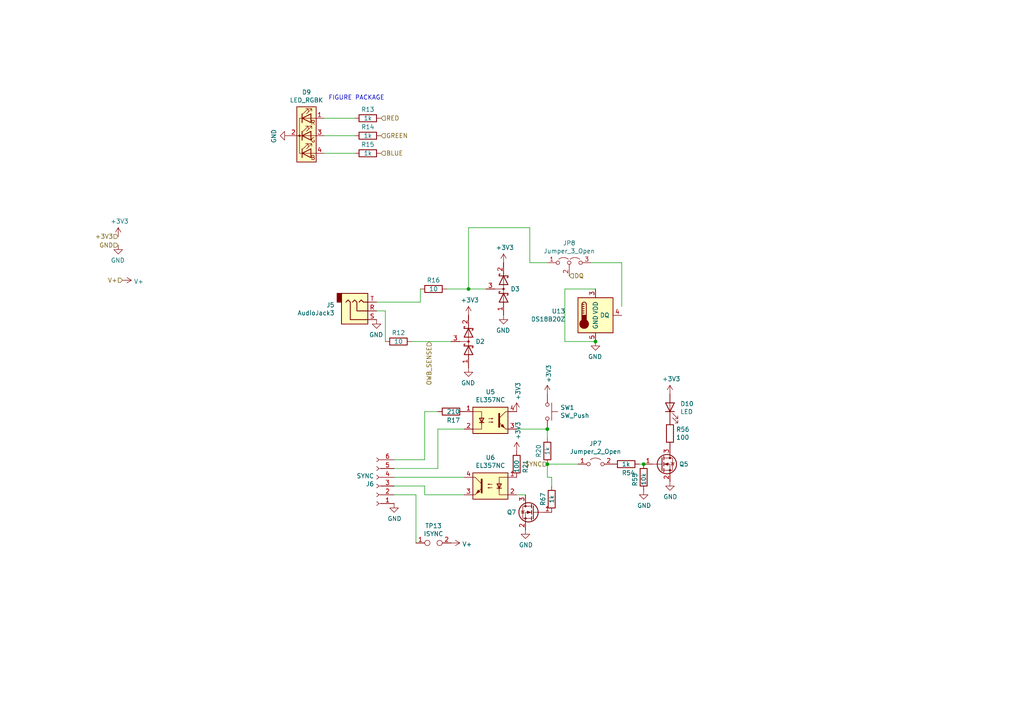
<source format=kicad_sch>
(kicad_sch (version 20211123) (generator eeschema)
  (paper "A4")
  (title_block (title "ForcelogADC_MB-DEV_v${VERSION}") (rev "${REVISION}"))
  (lib_symbols
    (symbol "Connector:AudioJack3"
      (property "Reference" "J" (at 0 8.89 0))
      (property "Value" "Connector_AudioJack3" (at 0 6.35 0))
      (symbol "AudioJack3_0_1"
        (rectangle (start -5.08 -5.08) (end -6.35 -2.54) (stroke (width 0.254)) (fill (type outline)))
        (polyline (pts (xy 0 -2.54) (xy 0.635 -3.175) (xy 1.27 -2.54) (xy 2.54 -2.54)) (stroke (width 0.254)))
        (polyline (pts (xy -1.905 -2.54) (xy -1.27 -3.175) (xy -0.635 -2.54) (xy -0.635 0) (xy 2.54 0)) (stroke (width 0.254)))
        (polyline (pts (xy 2.54 2.54) (xy -2.54 2.54) (xy -2.54 -2.54) (xy -3.175 -3.175) (xy -3.81 -2.54)) (stroke (width 0.254)))
        (rectangle (start 2.54 3.81) (end -5.08 -5.08) (stroke (width 0.254)) (fill (type background)))
      )
      (symbol "AudioJack3_1_1"
        (pin passive line (at 5.08 0 180) (length 2.54) (name "~") (number "R"))
        (pin passive line (at 5.08 2.54 180) (length 2.54) (name "~") (number "S"))
        (pin passive line (at 5.08 -2.54 180) (length 2.54) (name "~") (number "T"))
      )
    )
    (symbol "Connector:Conn_01x06_Female" (pin_names (offset 1.016) hide)
      (property "Reference" "J" (at 0 7.62 0))
      (property "Value" "Connector_Conn_01x06_Female" (at 0 -10.16 0))
      (symbol "Conn_01x06_Female_1_1"
        (arc (start 0 -7.112) (mid -0.508 -7.62) (end 0 -8.128) (stroke (width 0.1524)))
        (arc (start 0 -4.572) (mid -0.508 -5.08) (end 0 -5.588) (stroke (width 0.1524)))
        (arc (start 0 -2.032) (mid -0.508 -2.54) (end 0 -3.048) (stroke (width 0.1524)))
        (polyline (pts (xy -1.27 -7.62) (xy -0.508 -7.62)) (stroke (width 0.1524)))
        (polyline (pts (xy -1.27 -5.08) (xy -0.508 -5.08)) (stroke (width 0.1524)))
        (polyline (pts (xy -1.27 -2.54) (xy -0.508 -2.54)) (stroke (width 0.1524)))
        (polyline (pts (xy -1.27 0) (xy -0.508 0)) (stroke (width 0.1524)))
        (polyline (pts (xy -1.27 2.54) (xy -0.508 2.54)) (stroke (width 0.1524)))
        (polyline (pts (xy -1.27 5.08) (xy -0.508 5.08)) (stroke (width 0.1524)))
        (arc (start 0 0.508) (mid -0.508 0) (end 0 -0.508) (stroke (width 0.1524)))
        (arc (start 0 3.048) (mid -0.508 2.54) (end 0 2.032) (stroke (width 0.1524)))
        (arc (start 0 5.588) (mid -0.508 5.08) (end 0 4.572) (stroke (width 0.1524)))
        (pin passive line (at -5.08 5.08 0) (length 3.81) (name "Pin_1") (number "1"))
        (pin passive line (at -5.08 2.54 0) (length 3.81) (name "Pin_2") (number "2"))
        (pin passive line (at -5.08 0 0) (length 3.81) (name "Pin_3") (number "3"))
        (pin passive line (at -5.08 -2.54 0) (length 3.81) (name "Pin_4") (number "4"))
        (pin passive line (at -5.08 -5.08 0) (length 3.81) (name "Pin_5") (number "5"))
        (pin passive line (at -5.08 -7.62 0) (length 3.81) (name "Pin_6") (number "6"))
      )
    )
    (symbol "Connector:TestPoint_2Pole" (pin_names (offset 0.762) hide)
      (property "Reference" "TP" (at 0 1.524 0))
      (property "Value" "Connector_TestPoint_2Pole" (at 0 -1.778 0))
      (symbol "TestPoint_2Pole_0_1"
        (circle (center -1.778 0) (radius 0.762))
        (circle (center 1.778 0) (radius 0.762))
        (pin passive line (at -5.08 0 0) (length 2.54) (name "1") (number "1"))
        (pin passive line (at 5.08 0 180) (length 2.54) (name "2") (number "2"))
      )
    )
    (symbol "Device:D_Schottky_Dual_Series_AKC" (pin_names (offset 0.762) hide)
      (property "Reference" "D" (at 1.27 -2.54 0))
      (property "Value" "Device_D_Schottky_Dual_Series_AKC" (at 0 2.54 0))
      (symbol "D_Schottky_Dual_Series_AKC_0_1"
        (polyline (pts (xy -3.81 0) (xy 3.81 0)))
        (polyline (pts (xy 0 0) (xy 0 -2.54)))
        (polyline (pts (xy 6.35 0) (xy 7.62 0)))
        (polyline (pts (xy -1.27 -1.27) (xy -1.27 1.27) (xy -1.27 1.27)) (stroke (width 0.254)))
        (polyline (pts (xy 3.81 1.27) (xy 3.81 -1.27) (xy 3.81 -1.27)) (stroke (width 0.254)))
        (polyline (pts (xy -1.27 -1.27) (xy -0.762 -1.27) (xy -0.762 -1.016) (xy -0.762 -1.016)) (stroke (width 0.254)))
        (polyline (pts (xy 3.81 -1.27) (xy 4.318 -1.27) (xy 4.318 -1.016) (xy 4.318 -1.016)) (stroke (width 0.254)))
        (polyline (pts (xy 3.81 1.27) (xy 3.302 1.27) (xy 3.302 1.016) (xy 3.302 1.016)) (stroke (width 0.254)))
        (polyline (pts (xy -1.778 1.016) (xy -1.778 1.27) (xy -1.27 1.27) (xy -1.27 1.27) (xy -1.27 1.27)) (stroke (width 0.254)))
        (polyline (pts (xy -3.81 1.27) (xy -1.27 0) (xy -3.81 -1.27) (xy -3.81 1.27) (xy -3.81 1.27) (xy -3.81 1.27)) (stroke (width 0.254)))
        (polyline (pts (xy 1.27 1.27) (xy 3.81 0) (xy 1.27 -1.27) (xy 1.27 1.27) (xy 1.27 1.27) (xy 1.27 1.27)) (stroke (width 0.254)))
        (circle (center 0 0) (radius 0.254) (fill (type outline)))
        (pin passive line (at -7.62 0 0) (length 3.81) (name "A") (number "1"))
        (pin passive line (at 7.62 0 180) (length 3.81) (name "K") (number "2"))
        (pin passive line (at 0 -5.08 90) (length 2.54) (name "common") (number "3"))
      )
    )
    (symbol "Device:LED" (pin_numbers hide) (pin_names (offset 1.016) hide)
      (property "Reference" "D" (at 0 2.54 0))
      (property "Value" "Device_LED" (at 0 -2.54 0))
      (symbol "LED_0_1"
        (polyline (pts (xy -1.27 -1.27) (xy -1.27 1.27)) (stroke (width 0.254)))
        (polyline (pts (xy -1.27 0) (xy 1.27 0)))
        (polyline (pts (xy 1.27 -1.27) (xy 1.27 1.27) (xy -1.27 0) (xy 1.27 -1.27)) (stroke (width 0.254)))
        (polyline (pts (xy -3.048 -0.762) (xy -4.572 -2.286) (xy -3.81 -2.286) (xy -4.572 -2.286) (xy -4.572 -1.524)))
        (polyline (pts (xy -1.778 -0.762) (xy -3.302 -2.286) (xy -2.54 -2.286) (xy -3.302 -2.286) (xy -3.302 -1.524)))
      )
      (symbol "LED_1_1"
        (pin passive line (at -3.81 0 0) (length 2.54) (name "K") (number "1"))
        (pin passive line (at 3.81 0 180) (length 2.54) (name "A") (number "2"))
      )
    )
    (symbol "Device:LED_RKGB" (pin_names (offset 0) hide)
      (property "Reference" "D" (at 0 9.398 0))
      (property "Value" "Device_LED_RKGB" (at 0 -8.89 0))
      (symbol "LED_RKGB_0_0"
        (text "B" (at 1.905 -6.35 0) (effects (font (size 1.27 1.27))))
        (text "G" (at 1.905 -1.27 0) (effects (font (size 1.27 1.27))))
        (text "R" (at 1.905 3.81 0) (effects (font (size 1.27 1.27))))
      )
      (symbol "LED_RKGB_0_1"
        (circle (center -2.032 0) (radius 0.254) (fill (type outline)))
        (polyline (pts (xy -1.27 -5.08) (xy 1.27 -5.08)))
        (polyline (pts (xy -1.27 -3.81) (xy -1.27 -6.35)) (stroke (width 0.254)))
        (polyline (pts (xy -1.27 0) (xy -2.54 0)))
        (polyline (pts (xy -1.27 1.27) (xy -1.27 -1.27)) (stroke (width 0.254)))
        (polyline (pts (xy -1.27 5.08) (xy 1.27 5.08)))
        (polyline (pts (xy -1.27 6.35) (xy -1.27 3.81)) (stroke (width 0.254)))
        (polyline (pts (xy 1.27 -5.08) (xy 2.54 -5.08)))
        (polyline (pts (xy 1.27 0) (xy -1.27 0)))
        (polyline (pts (xy 1.27 0) (xy 2.54 0)))
        (polyline (pts (xy 1.27 5.08) (xy 2.54 5.08)))
        (polyline (pts (xy -1.27 1.27) (xy -1.27 -1.27) (xy -1.27 -1.27)))
        (polyline (pts (xy -1.27 6.35) (xy -1.27 3.81) (xy -1.27 3.81)))
        (polyline (pts (xy -1.27 5.08) (xy -2.032 5.08) (xy -2.032 -5.08) (xy -1.016 -5.08)))
        (polyline (pts (xy 1.27 -3.81) (xy 1.27 -6.35) (xy -1.27 -5.08) (xy 1.27 -3.81)) (stroke (width 0.254)))
        (polyline (pts (xy 1.27 1.27) (xy 1.27 -1.27) (xy -1.27 0) (xy 1.27 1.27)) (stroke (width 0.254)))
        (polyline (pts (xy 1.27 6.35) (xy 1.27 3.81) (xy -1.27 5.08) (xy 1.27 6.35)) (stroke (width 0.254)))
        (polyline (pts (xy -1.016 -3.81) (xy 0.508 -2.286) (xy -0.254 -2.286) (xy 0.508 -2.286) (xy 0.508 -3.048)))
        (polyline (pts (xy -1.016 1.27) (xy 0.508 2.794) (xy -0.254 2.794) (xy 0.508 2.794) (xy 0.508 2.032)))
        (polyline (pts (xy -1.016 6.35) (xy 0.508 7.874) (xy -0.254 7.874) (xy 0.508 7.874) (xy 0.508 7.112)))
        (polyline (pts (xy 0 -3.81) (xy 1.524 -2.286) (xy 0.762 -2.286) (xy 1.524 -2.286) (xy 1.524 -3.048)))
        (polyline (pts (xy 0 1.27) (xy 1.524 2.794) (xy 0.762 2.794) (xy 1.524 2.794) (xy 1.524 2.032)))
        (polyline (pts (xy 0 6.35) (xy 1.524 7.874) (xy 0.762 7.874) (xy 1.524 7.874) (xy 1.524 7.112)))
        (rectangle (start 1.27 -1.27) (end 1.27 1.27))
        (rectangle (start 1.27 1.27) (end 1.27 1.27))
        (rectangle (start 1.27 3.81) (end 1.27 6.35))
        (rectangle (start 1.27 6.35) (end 1.27 6.35))
        (rectangle (start 2.794 8.382) (end -2.794 -7.62) (stroke (width 0.254)) (fill (type background)))
      )
      (symbol "LED_RKGB_1_1"
        (pin passive line (at 5.08 5.08 180) (length 2.54) (name "RA") (number "1"))
        (pin passive line (at -5.08 0 0) (length 2.54) (name "K") (number "2"))
        (pin passive line (at 5.08 0 180) (length 2.54) (name "GA") (number "3"))
        (pin passive line (at 5.08 -5.08 180) (length 2.54) (name "BA") (number "4"))
      )
    )
    (symbol "Device:Q_NMOS_GSD" (pin_names (offset 0) hide)
      (property "Reference" "Q" (at 5.08 1.27 0))
      (property "Value" "Device_Q_NMOS_GSD" (at 5.08 -1.27 0))
      (symbol "Q_NMOS_GSD_0_1"
        (polyline (pts (xy 0.254 0) (xy -2.54 0)))
        (polyline (pts (xy 0.254 1.905) (xy 0.254 -1.905)) (stroke (width 0.254)))
        (polyline (pts (xy 0.762 -1.27) (xy 0.762 -2.286)) (stroke (width 0.254)))
        (polyline (pts (xy 0.762 0.508) (xy 0.762 -0.508)) (stroke (width 0.254)))
        (polyline (pts (xy 0.762 2.286) (xy 0.762 1.27)) (stroke (width 0.254)))
        (polyline (pts (xy 2.54 2.54) (xy 2.54 1.778)))
        (polyline (pts (xy 2.54 -2.54) (xy 2.54 0) (xy 0.762 0)))
        (polyline (pts (xy 0.762 -1.778) (xy 3.302 -1.778) (xy 3.302 1.778) (xy 0.762 1.778)))
        (polyline (pts (xy 1.016 0) (xy 2.032 0.381) (xy 2.032 -0.381) (xy 1.016 0)) (fill (type outline)))
        (polyline (pts (xy 2.794 0.508) (xy 2.921 0.381) (xy 3.683 0.381) (xy 3.81 0.254)))
        (polyline (pts (xy 3.302 0.381) (xy 2.921 -0.254) (xy 3.683 -0.254) (xy 3.302 0.381)))
        (circle (center 1.651 0) (radius 2.794) (stroke (width 0.254)))
        (circle (center 2.54 -1.778) (radius 0.254) (fill (type outline)))
        (circle (center 2.54 1.778) (radius 0.254) (fill (type outline)))
      )
      (symbol "Q_NMOS_GSD_1_1"
        (pin input line (at -5.08 0 0) (length 2.54) (name "G") (number "1"))
        (pin passive line (at 2.54 -5.08 90) (length 2.54) (name "S") (number "2"))
        (pin passive line (at 2.54 5.08 270) (length 2.54) (name "D") (number "3"))
      )
    )
    (symbol "Device:R" (pin_numbers hide) (pin_names (offset 0))
      (property "Reference" "R" (at 2.032 0 90))
      (property "Value" "Device_R" (at 0 0 90))
      (symbol "R_0_1"
        (rectangle (start -1.016 -2.54) (end 1.016 2.54) (stroke (width 0.254)))
      )
      (symbol "R_1_1"
        (pin passive line (at 0 3.81 270) (length 1.27) (name "~") (number "1"))
        (pin passive line (at 0 -3.81 90) (length 1.27) (name "~") (number "2"))
      )
    )
    (symbol "Isolator:SFH617A-1" (pin_names (offset 1.016))
      (property "Reference" "U" (at -5.08 5.08 0))
      (property "Value" "Isolator_SFH617A-1" (at 0 5.08 0))
      (symbol "SFH617A-1_0_1"
        (rectangle (start -5.08 3.81) (end 5.08 -3.81) (stroke (width 0.254)) (fill (type background)))
        (polyline (pts (xy -3.175 -0.635) (xy -1.905 -0.635)) (stroke (width 0.254)))
        (polyline (pts (xy 2.54 0.635) (xy 4.445 2.54)))
        (polyline (pts (xy 4.445 -2.54) (xy 2.54 -0.635)) (fill (type outline)))
        (polyline (pts (xy 4.445 -2.54) (xy 5.08 -2.54)))
        (polyline (pts (xy 4.445 2.54) (xy 5.08 2.54)))
        (polyline (pts (xy -2.54 -0.635) (xy -2.54 -2.54) (xy -5.08 -2.54)))
        (polyline (pts (xy 2.54 1.905) (xy 2.54 -1.905) (xy 2.54 -1.905)) (stroke (width 0.508)))
        (polyline (pts (xy -5.08 2.54) (xy -2.54 2.54) (xy -2.54 -1.27) (xy -2.54 0.635)))
        (polyline (pts (xy -2.54 -0.635) (xy -3.175 0.635) (xy -1.905 0.635) (xy -2.54 -0.635)) (stroke (width 0.254)))
        (polyline (pts (xy -0.508 -0.508) (xy 0.762 -0.508) (xy 0.381 -0.635) (xy 0.381 -0.381) (xy 0.762 -0.508)))
        (polyline (pts (xy -0.508 0.508) (xy 0.762 0.508) (xy 0.381 0.381) (xy 0.381 0.635) (xy 0.762 0.508)))
        (polyline (pts (xy 3.048 -1.651) (xy 3.556 -1.143) (xy 4.064 -2.159) (xy 3.048 -1.651) (xy 3.048 -1.651)) (fill (type outline)))
      )
      (symbol "SFH617A-1_1_1"
        (pin passive line (at -7.62 2.54 0) (length 2.54) (name "~") (number "1"))
        (pin passive line (at -7.62 -2.54 0) (length 2.54) (name "~") (number "2"))
        (pin passive line (at 7.62 -2.54 180) (length 2.54) (name "~") (number "3"))
        (pin passive line (at 7.62 2.54 180) (length 2.54) (name "~") (number "4"))
      )
    )
    (symbol "Jumper:Jumper_2_Open" (pin_names (offset 0) hide)
      (property "Reference" "JP" (at 0 2.794 0))
      (property "Value" "Jumper_Jumper_2_Open" (at 0 -2.286 0))
      (symbol "Jumper_2_Open_0_0"
        (circle (center -2.032 0) (radius 0.508))
        (circle (center 2.032 0) (radius 0.508))
      )
      (symbol "Jumper_2_Open_0_1"
        (arc (start 1.524 1.27) (mid 0 1.778) (end -1.524 1.27))
      )
      (symbol "Jumper_2_Open_1_1"
        (pin passive line (at -5.08 0 0) (length 2.54) (name "A") (number "1"))
        (pin passive line (at 5.08 0 180) (length 2.54) (name "B") (number "2"))
      )
    )
    (symbol "Jumper:Jumper_3_Open" (pin_names (offset 0) hide)
      (property "Reference" "JP" (at -2.54 -2.54 0))
      (property "Value" "Jumper_Jumper_3_Open" (at 0 2.794 0))
      (symbol "Jumper_3_Open_0_0"
        (circle (center -3.302 0) (radius 0.508))
        (circle (center 0 0) (radius 0.508))
        (circle (center 3.302 0) (radius 0.508))
      )
      (symbol "Jumper_3_Open_0_1"
        (arc (start -0.254 1.016) (mid -1.651 1.4992) (end -3.048 1.016))
        (polyline (pts (xy 0 -0.508) (xy 0 -1.27)))
        (arc (start 3.048 1.016) (mid 1.651 1.4992) (end 0.254 1.016))
      )
      (symbol "Jumper_3_Open_1_1"
        (pin passive line (at -6.35 0 0) (length 2.54) (name "A") (number "1"))
        (pin input line (at 0 -3.81 90) (length 2.54) (name "C") (number "2"))
        (pin passive line (at 6.35 0 180) (length 2.54) (name "B") (number "3"))
      )
    )
    (symbol "Sensor_Temperature:DS18B20Z" (pin_names (offset 1.016))
      (property "Reference" "U" (at -3.81 6.35 0))
      (property "Value" "Sensor_Temperature_DS18B20Z" (at 5.08 6.35 0))
      (symbol "DS18B20Z_0_1"
        (rectangle (start -5.08 5.08) (end 5.08 -5.08) (stroke (width 0.254)) (fill (type background)))
        (circle (center -3.302 -2.54) (radius 1.27) (stroke (width 0.254)) (fill (type outline)))
        (rectangle (start -2.667 -1.905) (end -3.937 0) (stroke (width 0.254)) (fill (type outline)))
        (arc (start -2.667 3.175) (mid -3.302 3.81) (end -3.937 3.175) (stroke (width 0.254)))
        (polyline (pts (xy -3.937 0.635) (xy -3.302 0.635)) (stroke (width 0.254)))
        (polyline (pts (xy -3.937 1.27) (xy -3.302 1.27)) (stroke (width 0.254)))
        (polyline (pts (xy -3.937 1.905) (xy -3.302 1.905)) (stroke (width 0.254)))
        (polyline (pts (xy -3.937 2.54) (xy -3.302 2.54)) (stroke (width 0.254)))
        (polyline (pts (xy -3.937 3.175) (xy -3.937 0)) (stroke (width 0.254)))
        (polyline (pts (xy -3.937 3.175) (xy -3.302 3.175)) (stroke (width 0.254)))
        (polyline (pts (xy -2.667 3.175) (xy -2.667 0)) (stroke (width 0.254)))
      )
      (symbol "DS18B20Z_1_1"
        (pin no_connect line (at -7.62 2.54 0) (length 2.54) hide (name "NC") (number "1"))
        (pin no_connect line (at -7.62 0 0) (length 2.54) hide (name "NC") (number "2"))
        (pin power_in line (at 0 7.62 270) (length 2.54) (name "VDD") (number "3"))
        (pin bidirectional line (at 7.62 0 180) (length 2.54) (name "DQ") (number "4"))
        (pin power_in line (at 0 -7.62 90) (length 2.54) (name "GND") (number "5"))
        (pin no_connect line (at -7.62 -2.54 0) (length 2.54) hide (name "NC") (number "6"))
        (pin no_connect line (at 7.62 2.54 180) (length 2.54) hide (name "NC") (number "7"))
        (pin no_connect line (at 7.62 -2.54 180) (length 2.54) hide (name "NC") (number "8"))
      )
    )
    (symbol "Switch:SW_Push" (pin_numbers hide) (pin_names (offset 1.016) hide)
      (property "Reference" "SW" (at 1.27 2.54 0))
      (property "Value" "Switch_SW_Push" (at 0 -1.524 0))
      (symbol "SW_Push_0_1"
        (circle (center -2.032 0) (radius 0.508))
        (polyline (pts (xy 0 1.27) (xy 0 3.048)))
        (polyline (pts (xy 2.54 1.27) (xy -2.54 1.27)))
        (circle (center 2.032 0) (radius 0.508))
        (pin passive line (at -5.08 0 0) (length 2.54) (name "1") (number "1"))
        (pin passive line (at 5.08 0 180) (length 2.54) (name "2") (number "2"))
      )
    )
    (symbol "power:+3.3V" (power) (pin_names (offset 0))
      (property "Value" "power_+3.3V" (at 0 3.556 0))
      (symbol "+3.3V_0_1"
        (polyline (pts (xy -0.762 1.27) (xy 0 2.54)))
        (polyline (pts (xy 0 0) (xy 0 2.54)))
        (polyline (pts (xy 0 2.54) (xy 0.762 1.27)))
      )
      (symbol "+3.3V_1_1"
        (pin power_in line (at 0 0 90) (length 0) hide (name "+3V3") (number "1"))
      )
    )
    (symbol "power:GND" (power) (pin_names (offset 0))
      (property "Value" "power_GND" (at 0 -3.81 0))
      (symbol "GND_0_1"
        (polyline (pts (xy 0 0) (xy 0 -1.27) (xy 1.27 -1.27) (xy 0 -2.54) (xy -1.27 -1.27) (xy 0 -1.27)))
      )
      (symbol "GND_1_1"
        (pin power_in line (at 0 0 270) (length 0) hide (name "GND") (number "1"))
      )
    )
    (symbol "power_custom:V+" (power) (pin_names (offset 0))
      (property "Value" "power_custom_V+" (at 0 3.556 0))
      (symbol "V+_0_1"
        (polyline (pts (xy -0.762 1.27) (xy 0 2.54)))
        (polyline (pts (xy 0 0) (xy 0 2.54)))
        (polyline (pts (xy 0 2.54) (xy 0.762 1.27)))
      )
      (symbol "V+_1_1"
        (pin power_in line (at 0 0 90) (length 0) hide (name "V+") (number "1"))
      )
    )
  )
  (junction (at 158.75 134.62))
  (junction (at 158.75 124.46))
  (junction (at 135.89 83.82))
  (junction (at 186.69 134.62))
  (junction (at 172.72 99.06))
  (wire (pts (xy 93.98 44.45) (xy 102.87 44.45)))
  (wire (pts (xy 171.45 76.2) (xy 180.34 76.2)))
  (wire (pts (xy 127 119.38) (xy 123.19 119.38)))
  (wire (pts (xy 158.75 124.46) (xy 149.86 124.46)))
  (wire (pts (xy 127 124.46) (xy 134.62 124.46)))
  (wire (pts (xy 167.64 134.62) (xy 158.75 134.62)))
  (wire (pts (xy 172.72 83.82) (xy 163.83 83.82)))
  (wire (pts (xy 160.02 138.43) (xy 158.75 138.43)))
  (wire (pts (xy 158.75 76.2) (xy 153.67 76.2)))
  (wire (pts (xy 152.4 143.51) (xy 149.86 143.51)))
  (wire (pts (xy 130.81 99.06) (xy 119.38 99.06)))
  (wire (pts (xy 123.19 140.97) (xy 114.3 140.97)))
  (wire (pts (xy 140.97 83.82) (xy 135.89 83.82)))
  (wire (pts (xy 163.83 99.06) (xy 172.72 99.06)))
  (wire (pts (xy 134.62 143.51) (xy 123.19 143.51)))
  (wire (pts (xy 102.87 39.37) (xy 93.98 39.37)))
  (wire (pts (xy 158.75 138.43) (xy 158.75 134.62)))
  (wire (pts (xy 185.42 134.62) (xy 186.69 134.62)))
  (wire (pts (xy 123.19 119.38) (xy 123.19 133.35)))
  (wire (pts (xy 109.22 87.63) (xy 121.92 87.63)))
  (wire (pts (xy 114.3 133.35) (xy 123.19 133.35)))
  (wire (pts (xy 111.76 90.17) (xy 111.76 99.06)))
  (wire (pts (xy 120.65 143.51) (xy 114.3 143.51)))
  (wire (pts (xy 153.67 66.04) (xy 135.89 66.04)))
  (wire (pts (xy 127 124.46) (xy 127 135.89)))
  (wire (pts (xy 160.02 140.97) (xy 160.02 138.43)))
  (wire (pts (xy 180.34 76.2) (xy 180.34 88.9)))
  (wire (pts (xy 153.67 76.2) (xy 153.67 66.04)))
  (wire (pts (xy 158.75 127) (xy 158.75 124.46)))
  (wire (pts (xy 123.19 143.51) (xy 123.19 140.97)))
  (wire (pts (xy 93.98 34.29) (xy 102.87 34.29)))
  (wire (pts (xy 121.92 87.63) (xy 121.92 83.82)))
  (wire (pts (xy 135.89 66.04) (xy 135.89 83.82)))
  (wire (pts (xy 114.3 135.89) (xy 127 135.89)))
  (wire (pts (xy 135.89 83.82) (xy 129.54 83.82)))
  (wire (pts (xy 163.83 83.82) (xy 163.83 99.06)))
  (wire (pts (xy 120.65 157.48) (xy 120.65 143.51)))
  (wire (pts (xy 109.22 90.17) (xy 111.76 90.17)))
  (wire (pts (xy 134.62 138.43) (xy 114.3 138.43)))
  (text "FIGURE PACKAGE" (at 95.25 29.21 0) (effects (font (size 1.27 1.27)) (justify left bottom)))
  (hierarchical_label "V+" (shape input) (at 35.56 81.28 180))
  (hierarchical_label "RED" (shape input) (at 110.49 34.29 0))
  (hierarchical_label "GND" (shape input) (at 34.29 71.12 180))
  (hierarchical_label "GREEN" (shape input) (at 110.49 39.37 0))
  (hierarchical_label "DQ" (shape input) (at 165.1 80.01 0))
  (hierarchical_label "+3V3" (shape input) (at 34.29 68.58 180))
  (hierarchical_label "BLUE" (shape input) (at 110.49 44.45 0))
  (hierarchical_label "OWB_SENSE" (shape input) (at 124.46 99.06 270))
  (hierarchical_label "SYNC" (shape input) (at 158.75 134.62 180))
  (symbol (lib_id "Sensor_Temperature:DS18B20Z") (at 172.72 91.44 0) (unit 1)
    (property "Reference" "U13" (at 163.9824 90.2716 0) (effects (justify right)))
    (property "Value" "DS18B20Z" (at 163.9824 92.583 0) (effects (justify right)))
    (property "Footprint" "Package_SO:SOIC-8_3.9x4.9mm_P1.27mm" (effects hide))
    (property "Datasheet" "http://datasheets.maximintegrated.com/en/ds/DS18B20.pdf" (effects hide))
    (property "LCSC" "C97190" (effects hide))
    (property "Digikey" "DS18B20Z+-ND" (effects hide))
  )
  (symbol (lib_id "power:GND") (at 172.72 99.06 0) (mirror y) (unit 1)
    (property "Reference" "#PWR0149" (effects hide))
    (property "Value" "GND" (at 172.593 103.4542 0))
  )
  (symbol (lib_id "Jumper:Jumper_3_Open") (at 165.1 76.2 0) (unit 1)
    (property "Reference" "JP8" (at 165.1 70.5104 0))
    (property "Value" "Jumper_3_Open" (at 165.1 72.8218 0))
    (property "Footprint" "Connector_PinHeader_2.54mm:PinHeader_1x03_P2.54mm_Vertical" (effects hide))
  )
  (symbol (lib_id "power:+3.3V") (at 149.86 130.81 0) (unit 1)
    (property "Reference" "#PWR077" (effects hide))
    (property "Value" "+3.3V" (at 150.241 127.5588 90) (effects (justify left)))
  )
  (symbol (lib_id "Device:Q_NMOS_GSD") (at 154.94 148.59 0) (mirror y) (unit 1)
    (property "Reference" "Q7" (at 149.7584 148.59 0) (effects (justify left)))
    (property "Value" "BSS806NE" (effects hide))
    (property "Footprint" "Package_TO_SOT_SMD:SOT-23" (effects hide))
    (property "Datasheet" "https://www.infineon.com/dgdl/Infineon-BSS806NE-DS-v02_01-en.pdf?fileId=db3a304340f610c201410d1548de3366" (effects hide))
    (property "LCSC" "C91714" (effects hide))
    (property "Digikey" "BSS806NEH6327XTSA1CT-ND" (effects hide))
  )
  (symbol (lib_id "Device:R") (at 160.02 144.78 0) (unit 1)
    (property "Reference" "R67" (at 157.48 144.78 90))
    (property "Value" "1k" (at 160.02 144.78 90))
    (property "Footprint" "Resistor_SMD:R_1206_3216Metric_Pad1.30x1.75mm_HandSolder" (effects hide))
    (property "LCSC" "C131398" (effects hide))
    (property "Digikey" "311-1.00KFRCT-ND" (effects hide))
  )
  (symbol (lib_id "power_custom:V+") (at 35.56 81.28 270) (unit 1)
    (property "Reference" "#PWR0140" (effects hide))
    (property "Value" "V+" (at 38.8112 81.661 90) (effects (justify left)))
  )
  (symbol (lib_id "power_custom:V+") (at 130.81 157.48 270) (unit 1)
    (property "Reference" "#PWR0141" (effects hide))
    (property "Value" "V+" (at 134.0612 157.861 90) (effects (justify left)))
  )
  (symbol (lib_id "Connector:TestPoint_2Pole") (at 125.73 157.48 0) (unit 1)
    (property "Reference" "TP13" (at 125.73 152.527 0))
    (property "Value" "ISYNC" (at 125.73 154.8384 0))
    (property "Footprint" "Connector_PinHeader_2.54mm:PinHeader_1x02_P2.54mm_Vertical" (effects hide))
  )
  (symbol (lib_id "Device:R") (at 106.68 34.29 90) (unit 1)
    (property "Reference" "R13" (at 106.68 31.75 90))
    (property "Value" "1k" (at 106.68 34.29 90))
    (property "Footprint" "Resistor_SMD:R_1206_3216Metric_Pad1.30x1.75mm_HandSolder" (effects hide))
    (property "LCSC" "C131398" (effects hide))
    (property "Digikey" "311-1.00KFRCT-ND" (effects hide))
  )
  (symbol (lib_id "Device:R") (at 106.68 39.37 90) (unit 1)
    (property "Reference" "R14" (at 106.68 36.83 90))
    (property "Value" "1k" (at 106.68 39.37 90))
    (property "Footprint" "Resistor_SMD:R_1206_3216Metric_Pad1.30x1.75mm_HandSolder" (effects hide))
    (property "LCSC" "C131398" (effects hide))
    (property "Digikey" "311-1.00KFRCT-ND" (effects hide))
  )
  (symbol (lib_id "Device:R") (at 106.68 44.45 90) (unit 1)
    (property "Reference" "R15" (at 106.68 41.91 90))
    (property "Value" "1k" (at 106.68 44.45 90))
    (property "Footprint" "Resistor_SMD:R_1206_3216Metric_Pad1.30x1.75mm_HandSolder" (effects hide))
    (property "LCSC" "C131398" (effects hide))
    (property "Digikey" "311-1.00KFRCT-ND" (effects hide))
  )
  (symbol (lib_id "power:GND") (at 83.82 39.37 270) (unit 1)
    (property "Reference" "#PWR0114" (effects hide))
    (property "Value" "GND" (at 79.4258 39.497 0))
  )
  (symbol (lib_id "power:GND") (at 109.22 92.71 0) (mirror y) (unit 1)
    (property "Reference" "#PWR0115" (effects hide))
    (property "Value" "GND" (at 109.093 97.1042 0))
  )
  (symbol (lib_id "Isolator:SFH617A-1") (at 142.24 121.92 0) (unit 1)
    (property "Reference" "U5" (at 142.24 113.665 0))
    (property "Value" "EL357NC" (at 142.24 115.9764 0))
    (property "Footprint" "optocoupler:EL357N" (effects hide))
    (property "Datasheet" "http://www.everlight.com/file/ProductFile/201407061738295695.pdf" (effects hide))
    (property "Partnumber" "EL357N(C)(TA)-VG" (effects hide))
    (property "Digikey" "1080-1601-1-ND" (effects hide))
    (property "LCSC" "C29981" (effects hide))
  )
  (symbol (lib_id "Device:R") (at 130.81 119.38 270) (mirror x) (unit 1)
    (property "Reference" "R17" (at 129.54 121.92 90) (effects (justify left)))
    (property "Value" "210" (at 129.54 119.38 90) (effects (justify left)))
    (property "Footprint" "Resistor_SMD:R_1206_3216Metric_Pad1.30x1.75mm_HandSolder" (effects hide))
    (property "LCSC" "C488733" (effects hide))
    (property "Digikey" "311-210FRCT-ND" (effects hide))
  )
  (symbol (lib_id "Device:R") (at 158.75 130.81 0) (unit 1)
    (property "Reference" "R20" (at 156.21 130.81 90))
    (property "Value" "1k" (at 158.75 130.81 90))
    (property "Footprint" "Resistor_SMD:R_1206_3216Metric_Pad1.30x1.75mm_HandSolder" (effects hide))
    (property "LCSC" "C131398" (effects hide))
    (property "Digikey" "311-1.00KFRCT-ND" (effects hide))
  )
  (symbol (lib_id "Device:R") (at 149.86 134.62 180) (unit 1)
    (property "Reference" "R21" (at 152.4 133.35 90) (effects (justify left)))
    (property "Value" "100" (at 149.86 133.35 90) (effects (justify left)))
    (property "Footprint" "Resistor_SMD:R_1206_3216Metric_Pad1.30x1.75mm_HandSolder" (effects hide))
    (property "LCSC" "C137392" (effects hide))
    (property "Digikey" "P100FCT-ND" (effects hide))
  )
  (symbol (lib_id "power:GND") (at 152.4 153.67 0) (unit 1)
    (property "Reference" "#PWR0123" (effects hide))
    (property "Value" "GND" (at 152.527 158.0642 0))
  )
  (symbol (lib_id "power:+3.3V") (at 149.86 119.38 0) (unit 1)
    (property "Reference" "#PWR0122" (effects hide))
    (property "Value" "+3.3V" (at 150.241 116.1288 90) (effects (justify left)))
  )
  (symbol (lib_id "power:GND") (at 114.3 146.05 0) (unit 1)
    (property "Reference" "#PWR0117" (effects hide))
    (property "Value" "GND" (at 114.427 150.4442 0))
  )
  (symbol (lib_id "Connector:Conn_01x06_Female") (at 109.22 140.97 180) (unit 1)
    (property "Reference" "J6" (at 108.5088 140.3604 0) (effects (justify left)))
    (property "Value" "SYNC" (at 108.5088 138.049 0) (effects (justify left)))
    (property "Footprint" "TerminalBlock_Phoenix:TerminalBlock_Phoenix_MKDS-1,5-6_1x06_P5.00mm_Horizontal" (effects hide))
    (property "LCSC" "C8379" (effects hide))
  )
  (symbol (lib_id "Isolator:SFH617A-1") (at 142.24 140.97 0) (mirror y) (unit 1)
    (property "Reference" "U6" (at 142.24 132.715 0))
    (property "Value" "EL357NC" (at 142.24 135.0264 0))
    (property "Footprint" "optocoupler:EL357N" (effects hide))
    (property "Datasheet" "http://www.everlight.com/file/ProductFile/201407061738295695.pdf" (effects hide))
    (property "Partnumber" "EL357N(C)(TA)-VG" (effects hide))
    (property "Digikey" "1080-1601-1-ND" (effects hide))
    (property "LCSC" "C29981" (effects hide))
  )
  (symbol (lib_id "Device:R") (at 115.57 99.06 90) (mirror x) (unit 1)
    (property "Reference" "R12" (at 115.57 96.52 90))
    (property "Value" "10" (at 115.57 99.06 90))
    (property "Footprint" "Resistor_SMD:R_1206_3216Metric_Pad1.30x1.75mm_HandSolder" (effects hide))
    (property "LCSC" "C108080" (effects hide))
    (property "Digikey" "CR1206-FX-10R0ELFCT-ND" (effects hide))
  )
  (symbol (lib_id "power:+3.3V") (at 135.89 91.44 0) (unit 1)
    (property "Reference" "#PWR0118" (effects hide))
    (property "Value" "+3.3V" (at 136.271 87.0458 0))
  )
  (symbol (lib_id "power:GND") (at 135.89 106.68 0) (mirror y) (unit 1)
    (property "Reference" "#PWR0119" (effects hide))
    (property "Value" "GND" (at 135.763 111.0742 0))
  )
  (symbol (lib_id "Device:R") (at 125.73 83.82 90) (mirror x) (unit 1)
    (property "Reference" "R16" (at 125.73 81.28 90))
    (property "Value" "10" (at 125.73 83.82 90))
    (property "Footprint" "Resistor_SMD:R_1206_3216Metric_Pad1.30x1.75mm_HandSolder" (effects hide))
    (property "LCSC" "C108080" (effects hide))
    (property "Digikey" "CR1206-FX-10R0ELFCT-ND" (effects hide))
  )
  (symbol (lib_id "power:+3.3V") (at 146.05 76.2 0) (unit 1)
    (property "Reference" "#PWR0120" (effects hide))
    (property "Value" "+3.3V" (at 146.431 71.8058 0))
  )
  (symbol (lib_id "power:GND") (at 146.05 91.44 0) (mirror y) (unit 1)
    (property "Reference" "#PWR0121" (effects hide))
    (property "Value" "GND" (at 145.923 95.8342 0))
  )
  (symbol (lib_id "Device:D_Schottky_Dual_Series_AKC") (at 135.89 99.06 270) (mirror x) (unit 1)
    (property "Reference" "D2" (at 137.922 99.06 90) (effects (justify left)))
    (property "Value" "BAT54S" (effects hide))
    (property "Footprint" "Package_TO_SOT_SMD:SOT-23" (effects hide))
    (property "Digikey" "1727-1868-1-ND" (effects hide))
    (property "LCSC" "C47546" (effects hide))
  )
  (symbol (lib_id "Device:D_Schottky_Dual_Series_AKC") (at 146.05 83.82 270) (mirror x) (unit 1)
    (property "Reference" "D3" (at 148.082 83.82 90) (effects (justify left)))
    (property "Value" "BAT54S" (effects hide))
    (property "Footprint" "Package_TO_SOT_SMD:SOT-23" (effects hide))
    (property "Digikey" "1727-1868-1-ND" (effects hide))
    (property "LCSC" "C47546" (effects hide))
  )
  (symbol (lib_id "Connector:AudioJack3") (at 104.14 90.17 0) (mirror x) (unit 1)
    (property "Reference" "J5" (at 97.0534 88.4682 0) (effects (justify right)))
    (property "Value" "AudioJack3" (at 97.0534 90.7796 0) (effects (justify right)))
    (property "Footprint" "connectors_custom:3.5mm_audio_PJ-3126-C" (effects hide))
    (property "Digikey" "CP1-3523N-ND" (effects hide))
    (property "LCSC" "C145816" (effects hide))
  )
  (symbol (lib_id "Device:LED_RKGB") (at 88.9 39.37 0) (unit 1)
    (property "Reference" "D9" (at 88.9 26.7462 0))
    (property "Value" "LED_RGBK" (at 88.9 29.0576 0))
    (property "Footprint" "LED_THT:LED_D5.0mm-4_RGB" (effects hide))
    (property "LCSC" "C330759" (effects hide))
    (property "Digikey" "1830-1014-ND" (effects hide))
  )
  (symbol (lib_id "Device:Q_NMOS_GSD") (at 191.77 134.62 0) (unit 1)
    (property "Reference" "Q5" (at 196.9516 134.62 0) (effects (justify left)))
    (property "Value" "BSS806NE" (effects hide))
    (property "Footprint" "Package_TO_SOT_SMD:SOT-23" (effects hide))
    (property "Datasheet" "https://www.infineon.com/dgdl/Infineon-BSS806NE-DS-v02_01-en.pdf?fileId=db3a304340f610c201410d1548de3366" (effects hide))
    (property "LCSC" "C91714" (effects hide))
    (property "Digikey" "BSS806NEH6327XTSA1CT-ND" (effects hide))
  )
  (symbol (lib_id "Jumper:Jumper_2_Open") (at 172.72 134.62 0) (unit 1)
    (property "Reference" "JP7" (at 172.72 128.651 0))
    (property "Value" "Jumper_2_Open" (at 172.72 130.9624 0))
    (property "Footprint" "Connector_PinHeader_2.54mm:PinHeader_1x02_P2.54mm_Vertical" (effects hide))
  )
  (symbol (lib_id "Device:R") (at 181.61 134.62 270) (unit 1)
    (property "Reference" "R54" (at 180.34 137.16 90) (effects (justify left)))
    (property "Value" "1k" (at 180.34 134.62 90) (effects (justify left)))
    (property "Footprint" "Resistor_SMD:R_1206_3216Metric_Pad1.30x1.75mm_HandSolder" (effects hide))
    (property "LCSC" "C131398" (effects hide))
    (property "Digikey" "311-1.00KFRCT-ND" (effects hide))
  )
  (symbol (lib_id "power:GND") (at 194.31 139.7 0) (unit 1)
    (property "Reference" "#PWR0126" (effects hide))
    (property "Value" "GND" (at 194.437 144.0942 0))
  )
  (symbol (lib_id "power:+3.3V") (at 194.31 114.3 0) (unit 1)
    (property "Reference" "#PWR0125" (effects hide))
    (property "Value" "+3.3V" (at 194.691 109.9058 0))
  )
  (symbol (lib_id "Device:LED") (at 194.31 118.11 90) (unit 1)
    (property "Reference" "D10" (at 197.3072 117.1194 90) (effects (justify right)))
    (property "Value" "LED" (at 197.3072 119.4308 90) (effects (justify right)))
    (property "Footprint" "LED_SMD:LED_1206_3216Metric_Pad1.42x1.75mm_HandSolder" (effects hide))
    (property "Digikey" "732-4989-1-ND" (effects hide))
    (property "LCSC" "C125088" (effects hide))
  )
  (symbol (lib_id "Device:R") (at 194.31 125.73 0) (unit 1)
    (property "Reference" "R56" (at 196.088 124.5616 0) (effects (justify left)))
    (property "Value" "100" (at 196.088 126.873 0) (effects (justify left)))
    (property "Footprint" "Resistor_SMD:R_1206_3216Metric_Pad1.30x1.75mm_HandSolder" (effects hide))
    (property "LCSC" "C137392" (effects hide))
    (property "Digikey" "P100FCT-ND" (effects hide))
  )
  (symbol (lib_id "Device:R") (at 186.69 138.43 180) (unit 1)
    (property "Reference" "R55" (at 184.15 137.16 90) (effects (justify left)))
    (property "Value" "10k" (at 186.69 137.16 90) (effects (justify left)))
    (property "Footprint" "Resistor_SMD:R_1206_3216Metric_Pad1.30x1.75mm_HandSolder" (effects hide))
    (property "LCSC" "C132649" (effects hide))
    (property "Digikey" "541-10.0KFCT-ND" (effects hide))
  )
  (symbol (lib_id "power:GND") (at 186.69 142.24 0) (unit 1)
    (property "Reference" "#PWR0124" (effects hide))
    (property "Value" "GND" (at 186.817 146.6342 0))
  )
  (symbol (lib_id "power:+3.3V") (at 34.29 68.58 0) (unit 1)
    (property "Reference" "#PWR0112" (effects hide))
    (property "Value" "+3.3V" (at 34.671 64.1858 0))
  )
  (symbol (lib_id "power:GND") (at 34.29 71.12 0) (mirror y) (unit 1)
    (property "Reference" "#PWR0113" (effects hide))
    (property "Value" "GND" (at 34.163 75.5142 0))
  )
  (symbol (lib_id "Switch:SW_Push") (at 158.75 119.38 270) (unit 1)
    (property "Reference" "SW1" (at 162.5092 118.2116 90) (effects (justify left)))
    (property "Value" "SW_Push" (at 162.5092 120.523 90) (effects (justify left)))
    (property "Footprint" "Button_Switch_THT:SW_PUSH_6mm_H8mm" (effects hide))
    (property "LCSC" "C294505" (effects hide))
    (property "Digikey" "450-1644-ND" (effects hide))
  )
  (symbol (lib_id "power:+3.3V") (at 158.75 114.3 0) (unit 1)
    (property "Reference" "#PWR0127" (effects hide))
    (property "Value" "+3.3V" (at 159.131 111.0488 90) (effects (justify left)))
  )
)
</source>
